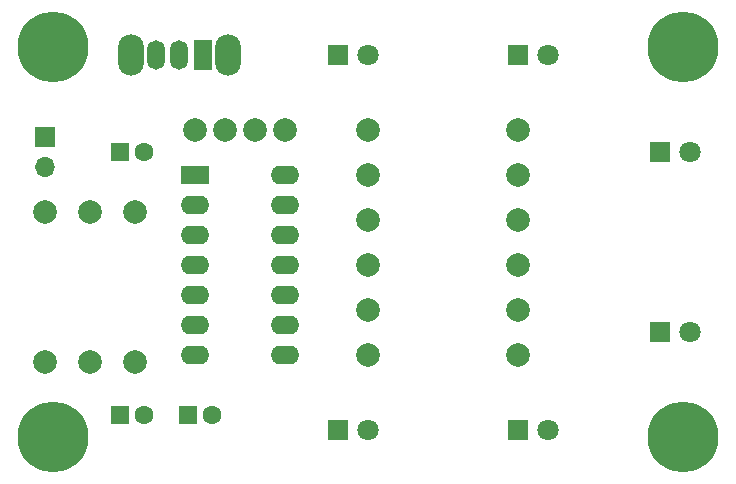
<source format=gbr>
%TF.GenerationSoftware,KiCad,Pcbnew,(5.1.12)-1*%
%TF.CreationDate,2022-03-14T19:12:09+01:00*%
%TF.ProjectId,electronic-pcb-luces-led,656c6563-7472-4696-932d-7063622d6c75,R3*%
%TF.SameCoordinates,PX3072580PY3072580*%
%TF.FileFunction,Soldermask,Bot*%
%TF.FilePolarity,Negative*%
%FSLAX46Y46*%
G04 Gerber Fmt 4.6, Leading zero omitted, Abs format (unit mm)*
G04 Created by KiCad (PCBNEW (5.1.12)-1) date 2022-03-14 19:12:09*
%MOMM*%
%LPD*%
G01*
G04 APERTURE LIST*
%ADD10C,6.000000*%
%ADD11R,1.600000X1.600000*%
%ADD12C,1.600000*%
%ADD13C,2.000000*%
%ADD14R,1.800000X1.800000*%
%ADD15C,1.800000*%
%ADD16O,2.400000X1.600000*%
%ADD17R,2.400000X1.600000*%
%ADD18O,2.200000X3.500000*%
%ADD19O,1.500000X2.500000*%
%ADD20R,1.500000X2.500000*%
%ADD21O,1.700000X1.700000*%
%ADD22R,1.700000X1.700000*%
G04 APERTURE END LIST*
D10*
%TO.C,M3*%
X56515000Y-36195000D03*
%TD*%
%TO.C,M3*%
X3175000Y-36195000D03*
%TD*%
%TO.C,M3*%
X3175000Y-3175000D03*
%TD*%
%TO.C,M3*%
X56515000Y-3175000D03*
%TD*%
D11*
%TO.C,C1*%
X8890000Y-34290000D03*
D12*
X10890000Y-34290000D03*
%TD*%
D13*
%TO.C,R3*%
X2540000Y-29845000D03*
X2540000Y-17145000D03*
%TD*%
%TO.C,R1*%
X42545000Y-10160000D03*
X29845000Y-10160000D03*
%TD*%
D11*
%TO.C,C2*%
X14605000Y-34290000D03*
D12*
X16605000Y-34290000D03*
%TD*%
%TO.C,C3*%
X10890000Y-12065000D03*
D11*
X8890000Y-12065000D03*
%TD*%
D13*
%TO.C,R5*%
X29845000Y-21590000D03*
X42545000Y-21590000D03*
%TD*%
%TO.C,R6*%
X6350000Y-29845000D03*
X6350000Y-17145000D03*
%TD*%
%TO.C,R7*%
X29845000Y-25400000D03*
X42545000Y-25400000D03*
%TD*%
%TO.C,R8*%
X42545000Y-29210000D03*
X29845000Y-29210000D03*
%TD*%
%TO.C,R9*%
X10160000Y-17145000D03*
X10160000Y-29845000D03*
%TD*%
%TO.C,R4*%
X29845000Y-17780000D03*
X42545000Y-17780000D03*
%TD*%
D14*
%TO.C,D1*%
X27305000Y-3810000D03*
D15*
X29845000Y-3810000D03*
%TD*%
D14*
%TO.C,D2*%
X42545000Y-3810000D03*
D15*
X45085000Y-3810000D03*
%TD*%
%TO.C,D3*%
X57150000Y-12065000D03*
D14*
X54610000Y-12065000D03*
%TD*%
%TO.C,D4*%
X54610000Y-27305000D03*
D15*
X57150000Y-27305000D03*
%TD*%
%TO.C,D5*%
X45085000Y-35560000D03*
D14*
X42545000Y-35560000D03*
%TD*%
D15*
%TO.C,D6*%
X29845000Y-35560000D03*
D14*
X27305000Y-35560000D03*
%TD*%
D16*
%TO.C,U1*%
X22860000Y-13970000D03*
X15240000Y-29210000D03*
X22860000Y-16510000D03*
X15240000Y-26670000D03*
X22860000Y-19050000D03*
X15240000Y-24130000D03*
X22860000Y-21590000D03*
X15240000Y-21590000D03*
X22860000Y-24130000D03*
X15240000Y-19050000D03*
X22860000Y-26670000D03*
X15240000Y-16510000D03*
X22860000Y-29210000D03*
D17*
X15240000Y-13970000D03*
%TD*%
D13*
%TO.C,R2*%
X29845000Y-13970000D03*
X42545000Y-13970000D03*
%TD*%
D18*
%TO.C,SW1*%
X9775000Y-3810000D03*
X17975000Y-3810000D03*
D19*
X11875000Y-3810000D03*
X13875000Y-3810000D03*
D20*
X15875000Y-3810000D03*
%TD*%
D21*
%TO.C,BT1*%
X2540000Y-13335000D03*
D22*
X2540000Y-10795000D03*
%TD*%
D13*
%TO.C,C4*%
X20320000Y-10160000D03*
X17780000Y-10160000D03*
X15240000Y-10160000D03*
X22860000Y-10160000D03*
%TD*%
M02*

</source>
